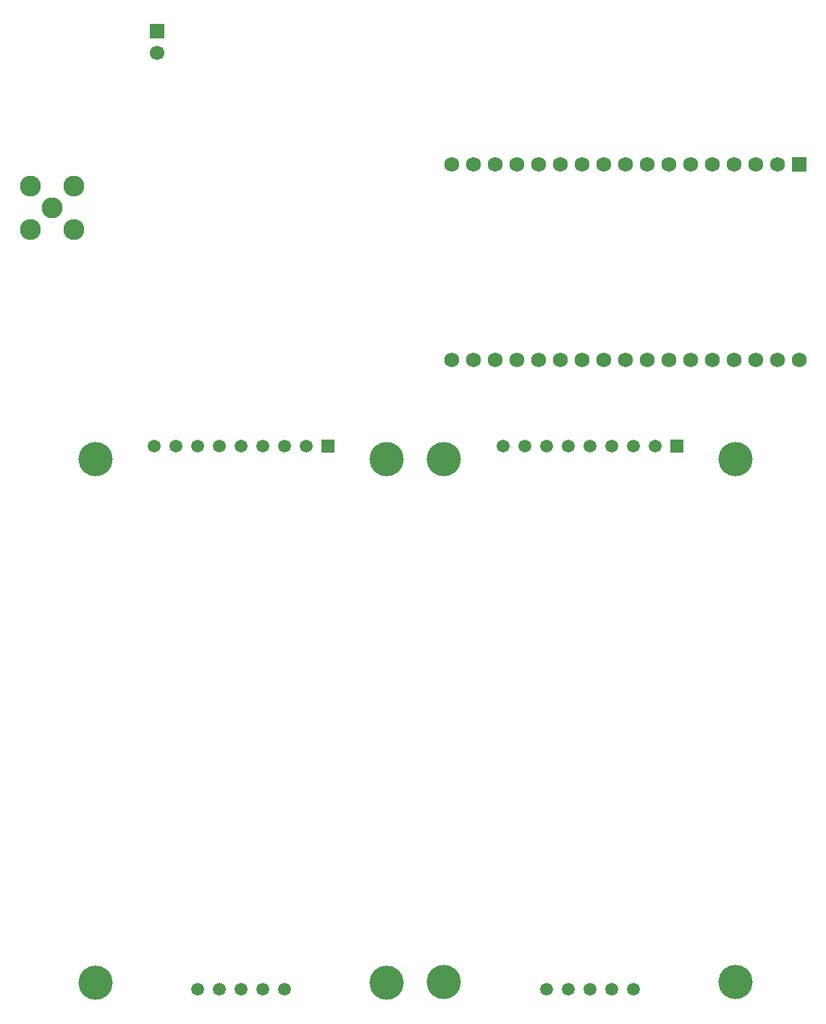
<source format=gbs>
G04 #@! TF.GenerationSoftware,KiCad,Pcbnew,9.99.0-4546-gb76221958b*
G04 #@! TF.CreationDate,2026-01-23T23:05:35+05:00*
G04 #@! TF.ProjectId,Reciver board,52656369-7665-4722-9062-6f6172642e6b,rev?*
G04 #@! TF.SameCoordinates,Original*
G04 #@! TF.FileFunction,Soldermask,Bot*
G04 #@! TF.FilePolarity,Negative*
%FSLAX46Y46*%
G04 Gerber Fmt 4.6, Leading zero omitted, Abs format (unit mm)*
G04 Created by KiCad (PCBNEW 9.99.0-4546-gb76221958b) date 2026-01-23 23:05:35*
%MOMM*%
%LPD*%
G01*
G04 APERTURE LIST*
G04 Aperture macros list*
%AMRoundRect*
0 Rectangle with rounded corners*
0 $1 Rounding radius*
0 $2 $3 $4 $5 $6 $7 $8 $9 X,Y pos of 4 corners*
0 Add a 4 corners polygon primitive as box body*
4,1,4,$2,$3,$4,$5,$6,$7,$8,$9,$2,$3,0*
0 Add four circle primitives for the rounded corners*
1,1,$1+$1,$2,$3*
1,1,$1+$1,$4,$5*
1,1,$1+$1,$6,$7*
1,1,$1+$1,$8,$9*
0 Add four rect primitives between the rounded corners*
20,1,$1+$1,$2,$3,$4,$5,0*
20,1,$1+$1,$4,$5,$6,$7,0*
20,1,$1+$1,$6,$7,$8,$9,0*
20,1,$1+$1,$8,$9,$2,$3,0*%
G04 Aperture macros list end*
%ADD10R,1.700000X1.700000*%
%ADD11C,1.700000*%
%ADD12C,2.454000*%
%ADD13C,4.000000*%
%ADD14R,1.500000X1.500000*%
%ADD15C,1.500000*%
%ADD16RoundRect,0.102000X-0.762000X0.762000X-0.762000X-0.762000X0.762000X-0.762000X0.762000X0.762000X0*%
%ADD17C,1.728000*%
G04 APERTURE END LIST*
D10*
X29190000Y-29500000D03*
D11*
X29190000Y-32040000D03*
D12*
X16891000Y-50165000D03*
X19431000Y-47625000D03*
X19431000Y-52705000D03*
X14351000Y-47625000D03*
X14351000Y-52705000D03*
D13*
X56068000Y-79519000D03*
X21968000Y-79519000D03*
X56068000Y-140719000D03*
X21968000Y-140719000D03*
D14*
X49178000Y-78019000D03*
D15*
X46638000Y-78019000D03*
X44098000Y-78019000D03*
X41558000Y-78019000D03*
X39018000Y-78019000D03*
X36478000Y-78019000D03*
X33938000Y-78019000D03*
X31398000Y-78019000D03*
X28858000Y-78019000D03*
X44098000Y-141539000D03*
X41558000Y-141539000D03*
X39018000Y-141539000D03*
X36478000Y-141539000D03*
X33938000Y-141539000D03*
D16*
X104267000Y-45085000D03*
D17*
X101727000Y-45085000D03*
X99187000Y-45085000D03*
X96647000Y-45085000D03*
X94107000Y-45085000D03*
X91567000Y-45085000D03*
X89027000Y-45085000D03*
X86487000Y-45085000D03*
X83947000Y-45085000D03*
X81407000Y-45085000D03*
X78867000Y-45085000D03*
X76327000Y-45085000D03*
X73787000Y-45085000D03*
X71247000Y-45085000D03*
X68707000Y-45085000D03*
X66167000Y-45085000D03*
X63627000Y-45085000D03*
X104267000Y-67945000D03*
X101727000Y-67945000D03*
X99187000Y-67945000D03*
X96647000Y-67945000D03*
X94107000Y-67945000D03*
X91567000Y-67945000D03*
X89027000Y-67945000D03*
X86487000Y-67945000D03*
X83947000Y-67945000D03*
X81407000Y-67945000D03*
X78867000Y-67945000D03*
X76327000Y-67945000D03*
X73787000Y-67945000D03*
X71247000Y-67945000D03*
X68707000Y-67945000D03*
X66167000Y-67945000D03*
X63627000Y-67945000D03*
D13*
X96838000Y-79502000D03*
X62738000Y-79502000D03*
X96838000Y-140702000D03*
X62738000Y-140702000D03*
D14*
X89948000Y-78002000D03*
D15*
X87408000Y-78002000D03*
X84868000Y-78002000D03*
X82328000Y-78002000D03*
X79788000Y-78002000D03*
X77248000Y-78002000D03*
X74708000Y-78002000D03*
X72168000Y-78002000D03*
X69628000Y-78002000D03*
X84868000Y-141522000D03*
X82328000Y-141522000D03*
X79788000Y-141522000D03*
X77248000Y-141522000D03*
X74708000Y-141522000D03*
M02*

</source>
